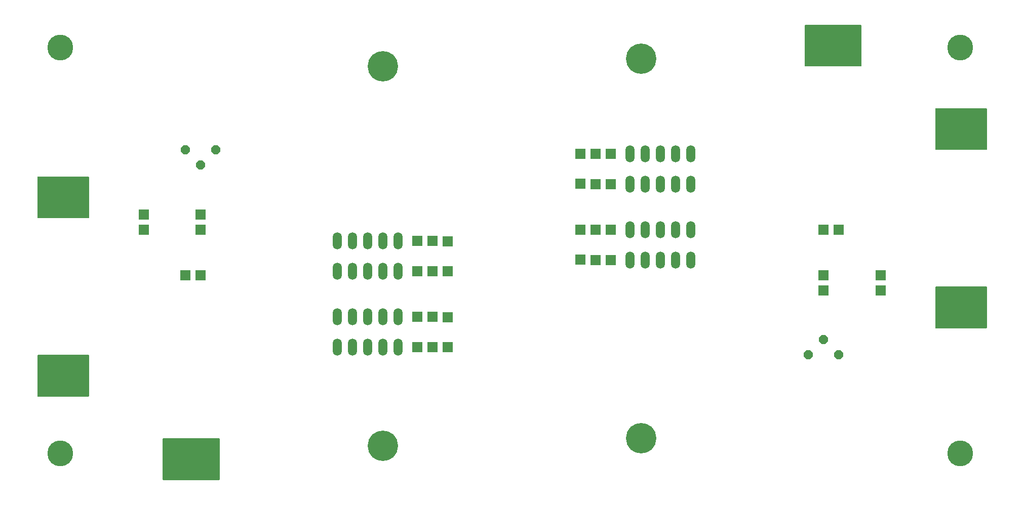
<source format=gbr>
%TF.GenerationSoftware,KiCad,Pcbnew,9.0.3*%
%TF.CreationDate,2025-07-30T15:06:46-04:00*%
%TF.ProjectId,blackboxvDualv4,626c6163-6b62-46f7-9876-4475616c7634,rev?*%
%TF.SameCoordinates,Original*%
%TF.FileFunction,Soldermask,Bot*%
%TF.FilePolarity,Negative*%
%FSLAX46Y46*%
G04 Gerber Fmt 4.6, Leading zero omitted, Abs format (unit mm)*
G04 Created by KiCad (PCBNEW 9.0.3) date 2025-07-30 15:06:46*
%MOMM*%
%LPD*%
G01*
G04 APERTURE LIST*
G04 Aperture macros list*
%AMRoundRect*
0 Rectangle with rounded corners*
0 $1 Rounding radius*
0 $2 $3 $4 $5 $6 $7 $8 $9 X,Y pos of 4 corners*
0 Add a 4 corners polygon primitive as box body*
4,1,4,$2,$3,$4,$5,$6,$7,$8,$9,$2,$3,0*
0 Add four circle primitives for the rounded corners*
1,1,$1+$1,$2,$3*
1,1,$1+$1,$4,$5*
1,1,$1+$1,$6,$7*
1,1,$1+$1,$8,$9*
0 Add four rect primitives between the rounded corners*
20,1,$1+$1,$2,$3,$4,$5,0*
20,1,$1+$1,$4,$5,$6,$7,0*
20,1,$1+$1,$6,$7,$8,$9,0*
20,1,$1+$1,$8,$9,$2,$3,0*%
%AMFreePoly0*
4,1,25,0.333266,0.742596,0.345389,0.732242,0.732242,0.345389,0.760749,0.289441,0.762000,0.273547,0.762000,-0.273547,0.742596,-0.333266,0.732242,-0.345389,0.345389,-0.732242,0.289441,-0.760749,0.273547,-0.762000,-0.273547,-0.762000,-0.333266,-0.742596,-0.345389,-0.732242,-0.732242,-0.345389,-0.760749,-0.289441,-0.762000,-0.273547,-0.762000,0.273547,-0.742596,0.333266,-0.732242,0.345389,
-0.345389,0.732242,-0.289441,0.760749,-0.273547,0.762000,0.273547,0.762000,0.333266,0.742596,0.333266,0.742596,$1*%
G04 Aperture macros list end*
%ADD10RoundRect,0.101600X0.762000X-0.762000X0.762000X0.762000X-0.762000X0.762000X-0.762000X-0.762000X0*%
%ADD11O,1.524000X2.844800*%
%ADD12FreePoly0,180.000000*%
%ADD13RoundRect,0.101600X0.762000X0.762000X-0.762000X0.762000X-0.762000X-0.762000X0.762000X-0.762000X0*%
%ADD14C,5.080000*%
%ADD15RoundRect,0.101600X-0.762000X-0.762000X0.762000X-0.762000X0.762000X0.762000X-0.762000X0.762000X0*%
%ADD16C,4.318000*%
%ADD17RoundRect,0.101600X-0.762000X0.762000X-0.762000X-0.762000X0.762000X-0.762000X0.762000X0.762000X0*%
%ADD18FreePoly0,0.000000*%
G04 APERTURE END LIST*
D10*
%TO.C,JP9*%
X162445600Y-101188600D03*
X164985600Y-101188600D03*
%TD*%
D11*
%TO.C,SW1*%
X129425600Y-103093600D03*
X126885600Y-103093600D03*
X124345600Y-103093600D03*
X121805600Y-103093600D03*
X119265600Y-103093600D03*
X119265600Y-108173600D03*
X121805600Y-108173600D03*
X124345600Y-108173600D03*
X126885600Y-108173600D03*
X129425600Y-108173600D03*
%TD*%
%TO.C,SW3*%
X168160600Y-106268600D03*
X170700600Y-106268600D03*
X173240600Y-106268600D03*
X175780600Y-106268600D03*
X178320600Y-106268600D03*
X178320600Y-101188600D03*
X175780600Y-101188600D03*
X173240600Y-101188600D03*
X170700600Y-101188600D03*
X168160600Y-101188600D03*
%TD*%
D10*
%TO.C,JP11*%
X132600600Y-115793600D03*
X135140600Y-115793600D03*
%TD*%
D12*
%TO.C,R4*%
X198031000Y-122143600D03*
X203060200Y-122143600D03*
X200545600Y-119603600D03*
%TD*%
D10*
%TO.C,L4*%
X159905600Y-106228600D03*
X159905600Y-101228600D03*
%TD*%
D11*
%TO.C,SW2*%
X119265600Y-120873600D03*
X121805600Y-120873600D03*
X124345600Y-120873600D03*
X126885600Y-120873600D03*
X129425600Y-120873600D03*
X129425600Y-115793600D03*
X126885600Y-115793600D03*
X124345600Y-115793600D03*
X121805600Y-115793600D03*
X119265600Y-115793600D03*
%TD*%
D13*
%TO.C,JP2*%
X86880600Y-101188600D03*
X86880600Y-98648600D03*
%TD*%
D14*
%TO.C,UNK_HOLE_1*%
X126885600Y-137383600D03*
%TD*%
D10*
%TO.C,JP8*%
X132600600Y-108173600D03*
X135140600Y-108173600D03*
%TD*%
D13*
%TO.C,JP6*%
X200545600Y-111348600D03*
X200545600Y-108808600D03*
%TD*%
D10*
%TO.C,JP1*%
X200545600Y-101188600D03*
X203085600Y-101188600D03*
%TD*%
D14*
%TO.C,UNK_HOLE_7*%
X170065600Y-72613600D03*
%TD*%
D15*
%TO.C,JP4*%
X96405600Y-98648600D03*
X96405600Y-101188600D03*
%TD*%
D16*
%TO.C,UNK_HOLE_2*%
X72910600Y-70708600D03*
%TD*%
D17*
%TO.C,L2*%
X137680600Y-103133600D03*
X137680600Y-108133600D03*
%TD*%
D14*
%TO.C,UNK_HOLE_0*%
X126885600Y-73883600D03*
%TD*%
D18*
%TO.C,R3*%
X98920200Y-87853600D03*
X93891000Y-87853600D03*
X96405600Y-90393600D03*
%TD*%
D10*
%TO.C,JP10*%
X162445600Y-106268600D03*
X164985600Y-106268600D03*
%TD*%
D14*
%TO.C,UNK_HOLE_6*%
X170065600Y-136113600D03*
%TD*%
D10*
%TO.C,JP13*%
X162445600Y-93568600D03*
X164985600Y-93568600D03*
%TD*%
D17*
%TO.C,JP3*%
X96405600Y-108808600D03*
X93865600Y-108808600D03*
%TD*%
D16*
%TO.C,UNK_HOLE_5*%
X72910600Y-138653600D03*
%TD*%
D10*
%TO.C,JP12*%
X132600600Y-120873600D03*
X135140600Y-120873600D03*
%TD*%
D17*
%TO.C,L1*%
X137680600Y-115833600D03*
X137680600Y-120833600D03*
%TD*%
D15*
%TO.C,JP5*%
X210070600Y-108808600D03*
X210070600Y-111348600D03*
%TD*%
D10*
%TO.C,L3*%
X159905600Y-93528600D03*
X159905600Y-88528600D03*
%TD*%
%TO.C,JP7*%
X132600600Y-103093600D03*
X135140600Y-103093600D03*
%TD*%
D16*
%TO.C,UNK_HOLE_4*%
X223405600Y-138653600D03*
%TD*%
D10*
%TO.C,JP14*%
X162445600Y-88488600D03*
X164985600Y-88488600D03*
%TD*%
D11*
%TO.C,SW4*%
X178320600Y-88488600D03*
X175780600Y-88488600D03*
X173240600Y-88488600D03*
X170700600Y-88488600D03*
X168160600Y-88488600D03*
X168160600Y-93568600D03*
X170700600Y-93568600D03*
X173240600Y-93568600D03*
X175780600Y-93568600D03*
X178320600Y-93568600D03*
%TD*%
D16*
%TO.C,UNK_HOLE_3*%
X223405600Y-70708600D03*
%TD*%
G36*
X99523639Y-136133285D02*
G01*
X99569394Y-136186089D01*
X99580600Y-136237600D01*
X99580600Y-142974600D01*
X99560915Y-143041639D01*
X99508111Y-143087394D01*
X99456600Y-143098600D01*
X90179600Y-143098600D01*
X90112561Y-143078915D01*
X90066806Y-143026111D01*
X90055600Y-142974600D01*
X90055600Y-136237600D01*
X90075285Y-136170561D01*
X90128089Y-136124806D01*
X90179600Y-136113600D01*
X99456600Y-136113600D01*
X99523639Y-136133285D01*
G37*
G36*
X77679639Y-92318285D02*
G01*
X77725394Y-92371089D01*
X77736600Y-92422600D01*
X77736600Y-99159600D01*
X77716915Y-99226639D01*
X77664111Y-99272394D01*
X77612600Y-99283600D01*
X69224600Y-99283600D01*
X69157561Y-99263915D01*
X69111806Y-99211111D01*
X69100600Y-99159600D01*
X69100600Y-92422600D01*
X69120285Y-92355561D01*
X69173089Y-92309806D01*
X69224600Y-92298600D01*
X77612600Y-92298600D01*
X77679639Y-92318285D01*
G37*
G36*
X227793639Y-110733285D02*
G01*
X227839394Y-110786089D01*
X227850600Y-110837600D01*
X227850600Y-117574600D01*
X227830915Y-117641639D01*
X227778111Y-117687394D01*
X227726600Y-117698600D01*
X219338600Y-117698600D01*
X219271561Y-117678915D01*
X219225806Y-117626111D01*
X219214600Y-117574600D01*
X219214600Y-110837600D01*
X219234285Y-110770561D01*
X219287089Y-110724806D01*
X219338600Y-110713600D01*
X227726600Y-110713600D01*
X227793639Y-110733285D01*
G37*
G36*
X77679639Y-122163285D02*
G01*
X77725394Y-122216089D01*
X77736600Y-122267600D01*
X77736600Y-129004600D01*
X77716915Y-129071639D01*
X77664111Y-129117394D01*
X77612600Y-129128600D01*
X69224600Y-129128600D01*
X69157561Y-129108915D01*
X69111806Y-129056111D01*
X69100600Y-129004600D01*
X69100600Y-122267600D01*
X69120285Y-122200561D01*
X69173089Y-122154806D01*
X69224600Y-122143600D01*
X77612600Y-122143600D01*
X77679639Y-122163285D01*
G37*
G36*
X206838639Y-66928285D02*
G01*
X206884394Y-66981089D01*
X206895600Y-67032600D01*
X206895600Y-73759600D01*
X206875915Y-73826639D01*
X206823111Y-73872394D01*
X206771600Y-73883600D01*
X197494600Y-73883600D01*
X197427561Y-73863915D01*
X197381806Y-73811111D01*
X197370600Y-73759600D01*
X197370600Y-67032600D01*
X197390285Y-66965561D01*
X197443089Y-66919806D01*
X197494600Y-66908600D01*
X206771600Y-66908600D01*
X206838639Y-66928285D01*
G37*
G36*
X227793639Y-80888285D02*
G01*
X227839394Y-80941089D01*
X227850600Y-80992600D01*
X227850600Y-87729600D01*
X227830915Y-87796639D01*
X227778111Y-87842394D01*
X227726600Y-87853600D01*
X219338600Y-87853600D01*
X219271561Y-87833915D01*
X219225806Y-87781111D01*
X219214600Y-87729600D01*
X219214600Y-80992600D01*
X219234285Y-80925561D01*
X219287089Y-80879806D01*
X219338600Y-80868600D01*
X227726600Y-80868600D01*
X227793639Y-80888285D01*
G37*
M02*

</source>
